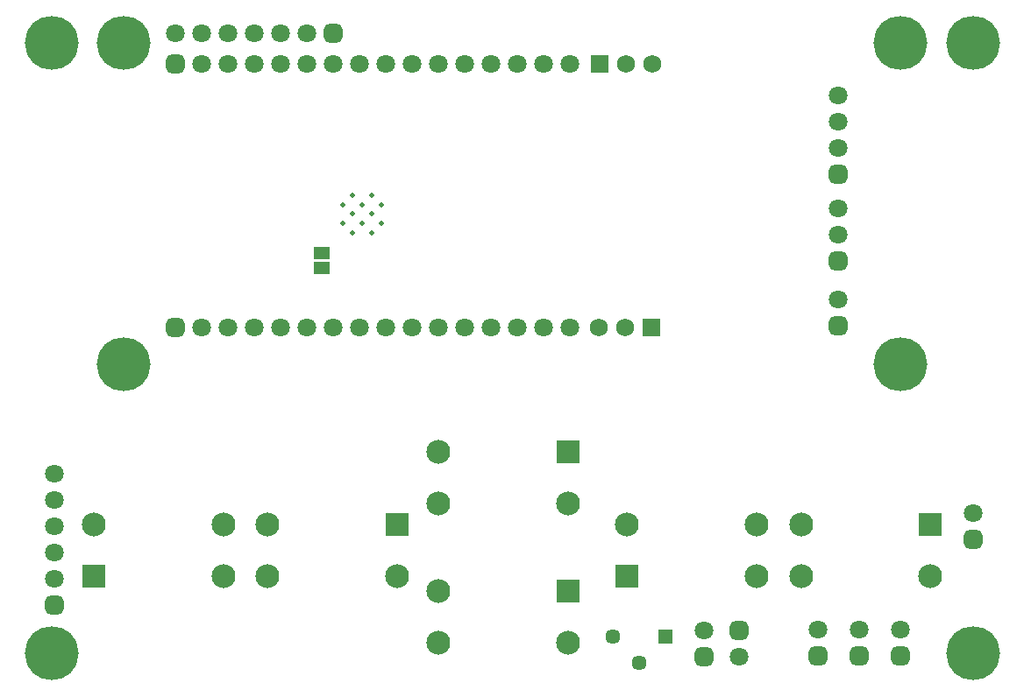
<source format=gbs>
G04*
G04 #@! TF.GenerationSoftware,Altium Limited,Altium Designer,23.10.1 (27)*
G04*
G04 Layer_Color=16711935*
%FSLAX44Y44*%
%MOMM*%
G71*
G04*
G04 #@! TF.SameCoordinates,312DE8FD-0999-4980-B1F4-3DF31CF03A3F*
G04*
G04*
G04 #@! TF.FilePolarity,Negative*
G04*
G01*
G75*
%ADD39R,1.5532X1.3032*%
%ADD51R,2.3032X2.3032*%
%ADD52C,2.3032*%
%ADD53R,1.7532X1.7532*%
%ADD54C,1.7532*%
%ADD55C,1.8032*%
G04:AMPARAMS|DCode=56|XSize=1.8032mm|YSize=1.8032mm|CornerRadius=0.5016mm|HoleSize=0mm|Usage=FLASHONLY|Rotation=180.000|XOffset=0mm|YOffset=0mm|HoleType=Round|Shape=RoundedRectangle|*
%AMROUNDEDRECTD56*
21,1,1.8032,0.8000,0,0,180.0*
21,1,0.8000,1.8032,0,0,180.0*
1,1,1.0032,-0.4000,0.4000*
1,1,1.0032,0.4000,0.4000*
1,1,1.0032,0.4000,-0.4000*
1,1,1.0032,-0.4000,-0.4000*
%
%ADD56ROUNDEDRECTD56*%
G04:AMPARAMS|DCode=57|XSize=1.8032mm|YSize=1.8032mm|CornerRadius=0.5016mm|HoleSize=0mm|Usage=FLASHONLY|Rotation=90.000|XOffset=0mm|YOffset=0mm|HoleType=Round|Shape=RoundedRectangle|*
%AMROUNDEDRECTD57*
21,1,1.8032,0.8000,0,0,90.0*
21,1,0.8000,1.8032,0,0,90.0*
1,1,1.0032,0.4000,0.4000*
1,1,1.0032,0.4000,-0.4000*
1,1,1.0032,-0.4000,-0.4000*
1,1,1.0032,-0.4000,0.4000*
%
%ADD57ROUNDEDRECTD57*%
%ADD58C,1.4532*%
%ADD59R,1.4532X1.4532*%
%ADD60C,0.5032*%
%ADD61C,5.2032*%
D39*
X891000Y917000D02*
D03*
Y903000D02*
D03*
D51*
X1479000Y655000D02*
D03*
X1186000Y605000D02*
D03*
X1129000Y590000D02*
D03*
Y725000D02*
D03*
X964000Y655000D02*
D03*
X671000Y605000D02*
D03*
D52*
X1354000Y655000D02*
D03*
X1479000Y605000D02*
D03*
X1354000D02*
D03*
X1311000Y655000D02*
D03*
X1186000D02*
D03*
X1311000Y605000D02*
D03*
X1004000Y540000D02*
D03*
X1129000D02*
D03*
X1004000Y590000D02*
D03*
Y675000D02*
D03*
X1129000D02*
D03*
X1004000Y725000D02*
D03*
X839000Y605000D02*
D03*
X964000D02*
D03*
X839000Y655000D02*
D03*
X796000D02*
D03*
X671000D02*
D03*
X796000Y605000D02*
D03*
D53*
X1209600Y845000D02*
D03*
X1159400Y1100000D02*
D03*
D54*
X1184200Y845000D02*
D03*
X1158800D02*
D03*
X1210200Y1100000D02*
D03*
X1184800D02*
D03*
D55*
X750000Y1130000D02*
D03*
X775400D02*
D03*
X826200D02*
D03*
X877000D02*
D03*
X851600D02*
D03*
X800800D02*
D03*
X1130600Y1100000D02*
D03*
X1105200D02*
D03*
X1029000D02*
D03*
X1003600D02*
D03*
X978200D02*
D03*
X927400D02*
D03*
X902000D02*
D03*
X851200D02*
D03*
X800400D02*
D03*
X775000D02*
D03*
X825800D02*
D03*
X876600D02*
D03*
X952800D02*
D03*
X1054400D02*
D03*
X1079800D02*
D03*
X1390000Y872700D02*
D03*
Y960400D02*
D03*
Y935000D02*
D03*
X1130700Y845000D02*
D03*
X1105300D02*
D03*
X1029100D02*
D03*
X1003700D02*
D03*
X978300D02*
D03*
X927500D02*
D03*
X902100D02*
D03*
X851300D02*
D03*
X800500D02*
D03*
X775100D02*
D03*
X825900D02*
D03*
X876700D02*
D03*
X952900D02*
D03*
X1054500D02*
D03*
X1079900D02*
D03*
X1450000Y552700D02*
D03*
X1390000Y1019200D02*
D03*
Y1044600D02*
D03*
Y1070000D02*
D03*
X633000Y704200D02*
D03*
Y678800D02*
D03*
Y628000D02*
D03*
Y602600D02*
D03*
Y653400D02*
D03*
X1294000Y527000D02*
D03*
X1260000Y552400D02*
D03*
X1410000Y552700D02*
D03*
X1370000D02*
D03*
X1520000Y665400D02*
D03*
D56*
X902400Y1130000D02*
D03*
X749600Y1100000D02*
D03*
X749700Y845000D02*
D03*
D57*
X1390000Y847300D02*
D03*
Y909600D02*
D03*
X1450000Y527300D02*
D03*
X1390000Y993800D02*
D03*
X633000Y577200D02*
D03*
X1294000Y552400D02*
D03*
X1260000Y527000D02*
D03*
X1410000Y527300D02*
D03*
X1370000D02*
D03*
X1520000Y640000D02*
D03*
D58*
X1172600Y546400D02*
D03*
X1198000Y521000D02*
D03*
D59*
X1223400Y546400D02*
D03*
D60*
X948350Y964175D02*
D03*
Y945825D02*
D03*
X939175Y973350D02*
D03*
Y955000D02*
D03*
Y936650D02*
D03*
X930000Y964175D02*
D03*
Y945825D02*
D03*
X920825Y973350D02*
D03*
Y955000D02*
D03*
Y936650D02*
D03*
X911650Y964175D02*
D03*
Y945825D02*
D03*
D61*
X1520000Y1120000D02*
D03*
Y530000D02*
D03*
X630000D02*
D03*
Y1120000D02*
D03*
X700000Y810000D02*
D03*
Y1120000D02*
D03*
X1450000D02*
D03*
Y810000D02*
D03*
M02*

</source>
